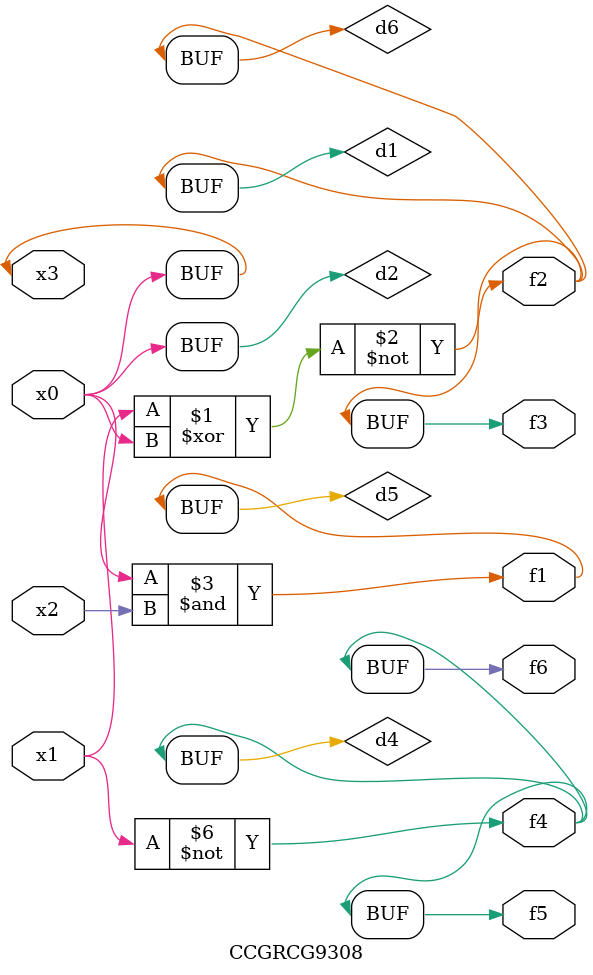
<source format=v>
module CCGRCG9308(
	input x0, x1, x2, x3,
	output f1, f2, f3, f4, f5, f6
);

	wire d1, d2, d3, d4, d5, d6;

	xnor (d1, x1, x3);
	buf (d2, x0, x3);
	nand (d3, x0, x2);
	not (d4, x1);
	nand (d5, d3);
	or (d6, d1);
	assign f1 = d5;
	assign f2 = d6;
	assign f3 = d6;
	assign f4 = d4;
	assign f5 = d4;
	assign f6 = d4;
endmodule

</source>
